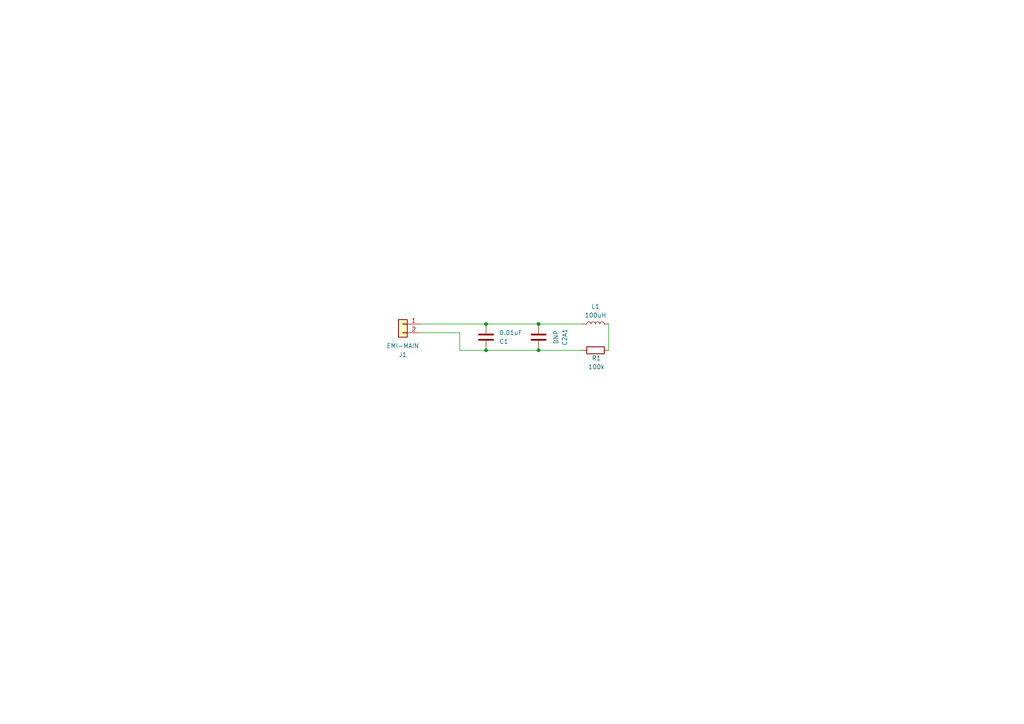
<source format=kicad_sch>
(kicad_sch (version 20250114) (generator "eeschema") (generator_version "9.0")
  (paper "A4")
  (lib_symbols
    (symbol "Connector_Generic:EMI-MAIN" (pin_names (offset 1.016) (hide yes))
      (property "Reference" "J" (at 0 2.54 0))
      (property "Value" "EMI-MAIN" (at 0 -5.08 0))
      (symbol "EMI-MAIN_1_1"
        (rectangle (start -1.27 1.27) (end 1.27 -3.81) (stroke (width 0.254)) (fill (type background)))
        (rectangle (start -1.27 0.127) (end 0 -0.127) (stroke (width 0.1524)))
        (rectangle (start -1.27 -2.413) (end 0 -2.667) (stroke (width 0.1524)))
        (pin passive line (at -5.08 0 0) (length 3.81) (name "EMI_SIG") (number "1"))
        (pin passive line (at -5.08 -2.54 0) (length 3.81) (name "GND") (number "2"))
      )
    )
    (symbol "Device:C" (pin_numbers (hide yes)) (pin_names (offset 0.254))
      (property "Reference" "C" (at 0.635 2.54 0))
      (property "Value" "C" (at 0.635 -2.54 0))
      (symbol "C_0_1"
        (polyline (pts (xy -2.032 0.762) (xy 2.032 0.762)) (stroke (width 0.508)))
        (polyline (pts (xy -2.032 -0.762) (xy 2.032 -0.762)) (stroke (width 0.508)))
      )
      (symbol "C_1_1"
        (pin passive line (at 0 3.81 270) (length 2.794) (name "~") (number "1"))
        (pin passive line (at 0 -3.81 90) (length 2.794) (name "~") (number "2"))
      )
    )
    (symbol "Device:L" (pin_numbers (hide yes)) (pin_names (offset 1.016) (hide yes))
      (property "Reference" "L" (at -1.27 0 90))
      (property "Value" "L" (at 1.905 0 90))
      (symbol "L_0_1"
        (arc (start 0 2.54) (mid 0.6323 1.905) (end 0 1.27))
        (arc (start 0 1.27) (mid 0.6323 0.635) (end 0 0))
        (arc (start 0 0) (mid 0.6323 -0.635) (end 0 -1.27))
        (arc (start 0 -1.27) (mid 0.6323 -1.905) (end 0 -2.54))
      )
      (symbol "L_1_1"
        (pin passive line (at 0 3.81 270) (length 1.27) (name "1") (number "1"))
        (pin passive line (at 0 -3.81 90) (length 1.27) (name "2") (number "2"))
      )
    )
    (symbol "Device:R" (pin_numbers (hide yes)) (pin_names (offset 0))
      (property "Reference" "R" (at 2.032 0 90))
      (property "Value" "R" (at 0 0 90))
      (symbol "R_0_1"
        (rectangle (start -1.016 -2.54) (end 1.016 2.54) (stroke (width 0.254)))
      )
      (symbol "R_1_1"
        (pin passive line (at 0 3.81 270) (length 1.27) (name "~") (number "1"))
        (pin passive line (at 0 -3.81 90) (length 1.27) (name "~") (number "2"))
      )
    )
  )
  (junction (at 140.97 101.6))
  (junction (at 156.21 101.6))
  (junction (at 140.97 93.98))
  (junction (at 156.21 93.98))
  (wire (pts (xy 121.92 93.98) (xy 140.97 93.98)))
  (wire (pts (xy 176.53 93.98) (xy 176.53 101.6)))
  (wire (pts (xy 133.35 101.6) (xy 133.35 96.52)))
  (wire (pts (xy 140.97 101.6) (xy 156.21 101.6)))
  (wire (pts (xy 156.21 101.6) (xy 168.91 101.6)))
  (wire (pts (xy 156.21 93.98) (xy 168.91 93.98)))
  (wire (pts (xy 140.97 101.6) (xy 133.35 101.6)))
  (wire (pts (xy 140.97 93.98) (xy 156.21 93.98)))
  (wire (pts (xy 133.35 96.52) (xy 121.92 96.52)))
  (symbol (lib_id "Connector_Generic:EMI-MAIN") (at 116.84 93.98 0) (mirror y) (unit 1)
    (property "Reference" "J1" (at 116.84 102.87 0))
    (property "Value" "EMI-MAIN" (at 116.84 100.33 0))
    (property "Footprint" "Connector_Coaxial:U.FL_Hirose_U.FL-R-SMT-1_Vertical" (effects (hide yes)))
    (property "Description" "Generic connector, single row, 01x02, script generated (kicad-library-utils/schlib/autogen/connector/)" (effects (hide yes)))
  )
  (symbol (lib_id "Device:C") (at 140.97 97.79 0) (mirror x) (unit 1)
    (property "Reference" "C1" (at 144.78 99.0601 0) (effects (justify left)))
    (property "Value" "0.01uF" (at 144.78 96.5201 0) (effects (justify left)))
    (property "Footprint" "Capacitor_THT:C_Disc_D5.0mm_W2.5mm_P2.50mm" (effects (hide yes)))
    (property "Description" "Unpolarized capacitor" (effects (hide yes)))
  )
  (symbol (lib_id "Device:L") (at 172.72 93.98 90) (unit 1)
    (property "Reference" "L1" (at 172.72 88.9 90))
    (property "Value" "100uH" (at 172.72 91.44 90))
    (property "Description" "Inductor" (effects (hide yes)))
  )
  (symbol (lib_id "Device:R") (at 172.72 101.6 90) (unit 1)
    (property "Reference" "R1" (at 172.974 103.886 90))
    (property "Value" "100k" (at 172.974 106.426 90))
    (property "Footprint" "Resistor_THT:R_Axial_DIN0204_L3.6mm_D1.6mm_P5.08mm_Horizontal" (effects (hide yes)))
    (property "Description" "Resistor" (effects (hide yes)))
  )
  (symbol (lib_id "Device:C") (at 156.21 97.79 0) (mirror y) (unit 1)
    (property "Reference" "C2A1" (at 163.83 97.79 90))
    (property "Value" "DNP" (at 161.29 97.79 90))
    (property "Footprint" "Capacitor_THT:C_Disc_D5.0mm_W2.5mm_P2.50mm" (effects (hide yes)))
    (property "Description" "Unpolarized capacitor" (effects (hide yes)))
  )
)
</source>
